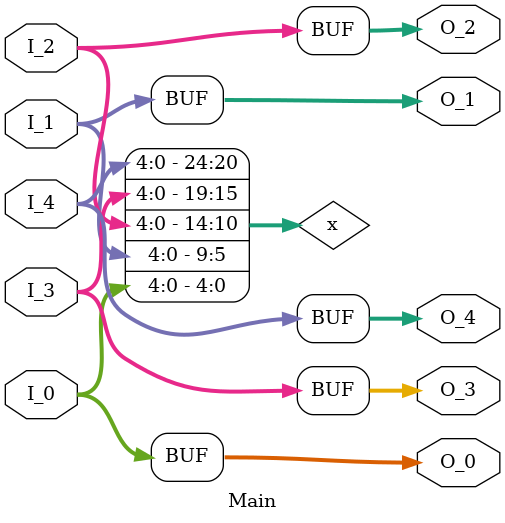
<source format=v>
module Main (input [4:0] I_0, input [4:0] I_1, input [4:0] I_2, input [4:0] I_3, input [4:0] I_4, output [4:0] O_0, output [4:0] O_1, output [4:0] O_2, output [4:0] O_3, output [4:0] O_4);
wire [24:0] x;
assign x = {I_4[4],I_4[3],I_4[2],I_4[1],I_4[0],I_3[4],I_3[3],I_3[2],I_3[1],I_3[0],I_2[4],I_2[3],I_2[2],I_2[1],I_2[0],I_1[4],I_1[3],I_1[2],I_1[1],I_1[0],I_0[4],I_0[3],I_0[2],I_0[1],I_0[0]};
assign O_0 = {x[4],x[3],x[2],x[1],x[0]};
assign O_1 = {x[9],x[8],x[7],x[6],x[5]};
assign O_2 = {x[14],x[13],x[12],x[11],x[10]};
assign O_3 = {x[19],x[18],x[17],x[16],x[15]};
assign O_4 = {x[24],x[23],x[22],x[21],x[20]};
endmodule


</source>
